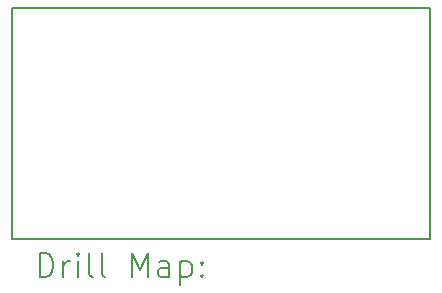
<source format=gbr>
%TF.GenerationSoftware,KiCad,Pcbnew,7.0.2*%
%TF.CreationDate,2023-09-14T18:59:28-07:00*%
%TF.ProjectId,RGB,5247422e-6b69-4636-9164-5f7063625858,rev?*%
%TF.SameCoordinates,Original*%
%TF.FileFunction,Drillmap*%
%TF.FilePolarity,Positive*%
%FSLAX45Y45*%
G04 Gerber Fmt 4.5, Leading zero omitted, Abs format (unit mm)*
G04 Created by KiCad (PCBNEW 7.0.2) date 2023-09-14 18:59:28*
%MOMM*%
%LPD*%
G01*
G04 APERTURE LIST*
%ADD10C,0.200000*%
G04 APERTURE END LIST*
D10*
X9575800Y-8267700D02*
X13119100Y-8267700D01*
X13119100Y-10223500D01*
X9575800Y-10223500D01*
X9575800Y-8267700D01*
X9813419Y-10546024D02*
X9813419Y-10346024D01*
X9813419Y-10346024D02*
X9861038Y-10346024D01*
X9861038Y-10346024D02*
X9889610Y-10355548D01*
X9889610Y-10355548D02*
X9908657Y-10374595D01*
X9908657Y-10374595D02*
X9918181Y-10393643D01*
X9918181Y-10393643D02*
X9927705Y-10431738D01*
X9927705Y-10431738D02*
X9927705Y-10460310D01*
X9927705Y-10460310D02*
X9918181Y-10498405D01*
X9918181Y-10498405D02*
X9908657Y-10517452D01*
X9908657Y-10517452D02*
X9889610Y-10536500D01*
X9889610Y-10536500D02*
X9861038Y-10546024D01*
X9861038Y-10546024D02*
X9813419Y-10546024D01*
X10013419Y-10546024D02*
X10013419Y-10412690D01*
X10013419Y-10450786D02*
X10022943Y-10431738D01*
X10022943Y-10431738D02*
X10032467Y-10422214D01*
X10032467Y-10422214D02*
X10051514Y-10412690D01*
X10051514Y-10412690D02*
X10070562Y-10412690D01*
X10137229Y-10546024D02*
X10137229Y-10412690D01*
X10137229Y-10346024D02*
X10127705Y-10355548D01*
X10127705Y-10355548D02*
X10137229Y-10365071D01*
X10137229Y-10365071D02*
X10146752Y-10355548D01*
X10146752Y-10355548D02*
X10137229Y-10346024D01*
X10137229Y-10346024D02*
X10137229Y-10365071D01*
X10261038Y-10546024D02*
X10241990Y-10536500D01*
X10241990Y-10536500D02*
X10232467Y-10517452D01*
X10232467Y-10517452D02*
X10232467Y-10346024D01*
X10365800Y-10546024D02*
X10346752Y-10536500D01*
X10346752Y-10536500D02*
X10337229Y-10517452D01*
X10337229Y-10517452D02*
X10337229Y-10346024D01*
X10594371Y-10546024D02*
X10594371Y-10346024D01*
X10594371Y-10346024D02*
X10661038Y-10488881D01*
X10661038Y-10488881D02*
X10727705Y-10346024D01*
X10727705Y-10346024D02*
X10727705Y-10546024D01*
X10908657Y-10546024D02*
X10908657Y-10441262D01*
X10908657Y-10441262D02*
X10899133Y-10422214D01*
X10899133Y-10422214D02*
X10880086Y-10412690D01*
X10880086Y-10412690D02*
X10841990Y-10412690D01*
X10841990Y-10412690D02*
X10822943Y-10422214D01*
X10908657Y-10536500D02*
X10889610Y-10546024D01*
X10889610Y-10546024D02*
X10841990Y-10546024D01*
X10841990Y-10546024D02*
X10822943Y-10536500D01*
X10822943Y-10536500D02*
X10813419Y-10517452D01*
X10813419Y-10517452D02*
X10813419Y-10498405D01*
X10813419Y-10498405D02*
X10822943Y-10479357D01*
X10822943Y-10479357D02*
X10841990Y-10469833D01*
X10841990Y-10469833D02*
X10889610Y-10469833D01*
X10889610Y-10469833D02*
X10908657Y-10460310D01*
X11003895Y-10412690D02*
X11003895Y-10612690D01*
X11003895Y-10422214D02*
X11022943Y-10412690D01*
X11022943Y-10412690D02*
X11061038Y-10412690D01*
X11061038Y-10412690D02*
X11080086Y-10422214D01*
X11080086Y-10422214D02*
X11089610Y-10431738D01*
X11089610Y-10431738D02*
X11099133Y-10450786D01*
X11099133Y-10450786D02*
X11099133Y-10507929D01*
X11099133Y-10507929D02*
X11089610Y-10526976D01*
X11089610Y-10526976D02*
X11080086Y-10536500D01*
X11080086Y-10536500D02*
X11061038Y-10546024D01*
X11061038Y-10546024D02*
X11022943Y-10546024D01*
X11022943Y-10546024D02*
X11003895Y-10536500D01*
X11184848Y-10526976D02*
X11194371Y-10536500D01*
X11194371Y-10536500D02*
X11184848Y-10546024D01*
X11184848Y-10546024D02*
X11175324Y-10536500D01*
X11175324Y-10536500D02*
X11184848Y-10526976D01*
X11184848Y-10526976D02*
X11184848Y-10546024D01*
X11184848Y-10422214D02*
X11194371Y-10431738D01*
X11194371Y-10431738D02*
X11184848Y-10441262D01*
X11184848Y-10441262D02*
X11175324Y-10431738D01*
X11175324Y-10431738D02*
X11184848Y-10422214D01*
X11184848Y-10422214D02*
X11184848Y-10441262D01*
M02*

</source>
